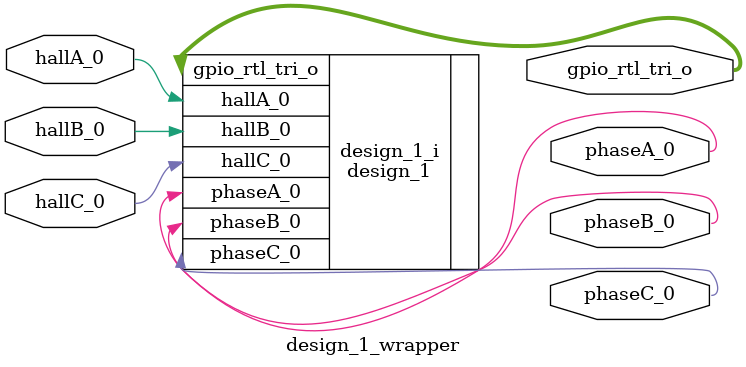
<source format=v>
`timescale 1 ps / 1 ps

module design_1_wrapper
   (gpio_rtl_tri_o,
    hallA_0,
    hallB_0,
    hallC_0,
    phaseA_0,
    phaseB_0,
    phaseC_0);
  output [7:0]gpio_rtl_tri_o;
  input hallA_0;
  input hallB_0;
  input hallC_0;
  output phaseA_0;
  output phaseB_0;
  output phaseC_0;

  wire [7:0]gpio_rtl_tri_o;
  wire hallA_0;
  wire hallB_0;
  wire hallC_0;
  wire phaseA_0;
  wire phaseB_0;
  wire phaseC_0;

  design_1 design_1_i
       (.gpio_rtl_tri_o(gpio_rtl_tri_o),
        .hallA_0(hallA_0),
        .hallB_0(hallB_0),
        .hallC_0(hallC_0),
        .phaseA_0(phaseA_0),
        .phaseB_0(phaseB_0),
        .phaseC_0(phaseC_0));
endmodule

</source>
